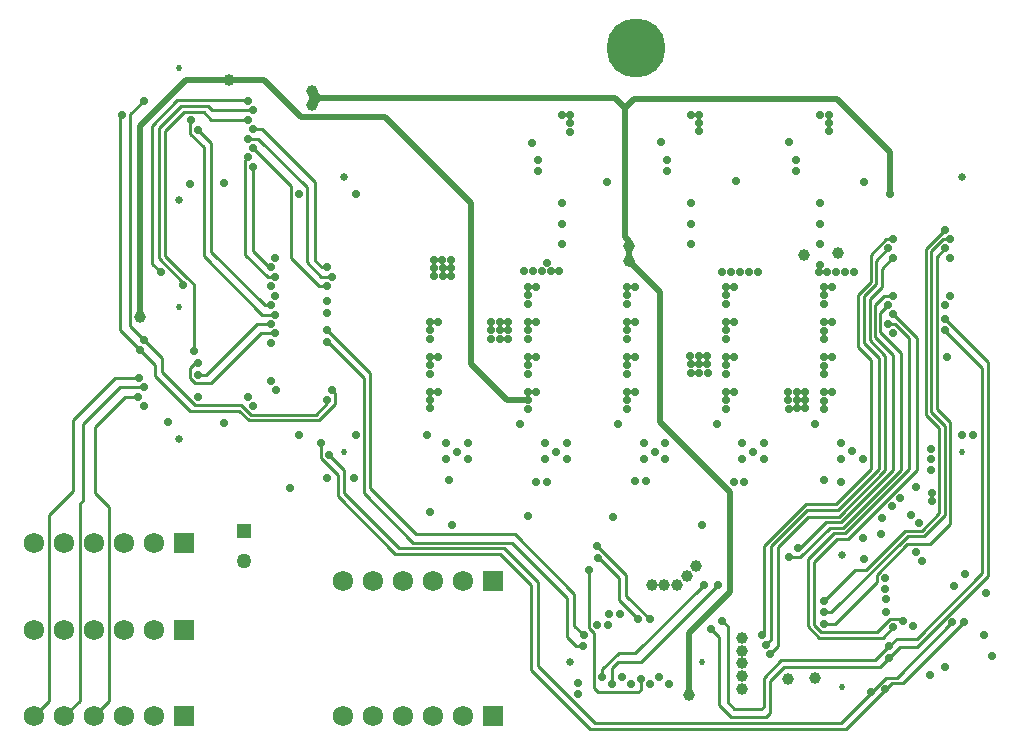
<source format=gbr>
%TF.GenerationSoftware,KiCad,Pcbnew,7.0.2*%
%TF.CreationDate,2023-06-06T11:51:25+03:00*%
%TF.ProjectId,MB_V1,4d425f56-312e-46b6-9963-61645f706362,rev?*%
%TF.SameCoordinates,Original*%
%TF.FileFunction,Copper,L3,Inr*%
%TF.FilePolarity,Positive*%
%FSLAX46Y46*%
G04 Gerber Fmt 4.6, Leading zero omitted, Abs format (unit mm)*
G04 Created by KiCad (PCBNEW 7.0.2) date 2023-06-06 11:51:25*
%MOMM*%
%LPD*%
G01*
G04 APERTURE LIST*
%TA.AperFunction,ComponentPad*%
%ADD10C,1.725000*%
%TD*%
%TA.AperFunction,ComponentPad*%
%ADD11R,1.725000X1.725000*%
%TD*%
%TA.AperFunction,ComponentPad*%
%ADD12C,0.525000*%
%TD*%
%TA.AperFunction,ComponentPad*%
%ADD13C,0.675000*%
%TD*%
%TA.AperFunction,ComponentPad*%
%ADD14R,1.275000X1.275000*%
%TD*%
%TA.AperFunction,ComponentPad*%
%ADD15C,1.275000*%
%TD*%
%TA.AperFunction,ViaPad*%
%ADD16C,0.700000*%
%TD*%
%TA.AperFunction,ViaPad*%
%ADD17C,1.000000*%
%TD*%
%TA.AperFunction,ViaPad*%
%ADD18C,5.000000*%
%TD*%
%TA.AperFunction,Conductor*%
%ADD19C,0.250000*%
%TD*%
%TA.AperFunction,Conductor*%
%ADD20C,0.500000*%
%TD*%
G04 APERTURE END LIST*
D10*
%TO.N,Net-(H2-Pad5)*%
%TO.C,J6*%
X82076000Y-160578000D03*
%TO.N,Net-(H2-Pad4)*%
X84616000Y-160578000D03*
%TO.N,Net-(H2-Pad3)*%
X87156000Y-160578000D03*
%TO.N,/PROG_PIN*%
X89696000Y-160578000D03*
%TO.N,GND*%
X92236000Y-160578000D03*
D11*
%TO.N,/VCC_S3_OUT*%
X94776000Y-160578000D03*
%TD*%
D12*
%TO.N,N/C*%
%TO.C,H1*%
X108320000Y-138150000D03*
X160610000Y-138150000D03*
D13*
X108320000Y-114950000D03*
X160610000Y-114950000D03*
%TD*%
D14*
%TO.N,/VIN_WILD*%
%TO.C,J5*%
X99830000Y-144840000D03*
D15*
%TO.N,GND*%
X99830000Y-147380000D03*
%TD*%
D12*
%TO.N,N/C*%
%TO.C,H3*%
X138585000Y-155980000D03*
D13*
X127385000Y-155980000D03*
%TD*%
D11*
%TO.N,/VCC_S1_OUT*%
%TO.C,J1*%
X120936000Y-149140000D03*
D10*
%TO.N,GND*%
X118396000Y-149140000D03*
%TO.N,Net-(H4-Pad2)*%
X115856000Y-149140000D03*
%TO.N,Net-(H4-Pad3)*%
X113316000Y-149140000D03*
%TO.N,Net-(H4-Pad4)*%
X110776000Y-149140000D03*
%TO.N,Net-(H4-Pad5)*%
X108236000Y-149140000D03*
%TD*%
D12*
%TO.N,N/C*%
%TO.C,H2*%
X94290000Y-125910000D03*
D13*
X94290000Y-137110000D03*
%TD*%
D12*
%TO.N,N/C*%
%TO.C,H5*%
X94290000Y-105650000D03*
D13*
X94290000Y-116850000D03*
%TD*%
D11*
%TO.N,/VCC_S4_OUT*%
%TO.C,J2*%
X94776000Y-145858000D03*
D10*
%TO.N,GND*%
X92236000Y-145858000D03*
%TO.N,unconnected-(J2-Pad3)*%
X89696000Y-145858000D03*
%TO.N,unconnected-(J2-Pad4)*%
X87156000Y-145858000D03*
%TO.N,Net-(H5-Pad4)*%
X84616000Y-145858000D03*
%TO.N,Net-(H5-Pad5)*%
X82076000Y-145858000D03*
%TD*%
D12*
%TO.N,N/C*%
%TO.C,H4*%
X150480000Y-158090000D03*
D13*
X150480000Y-146890000D03*
%TD*%
D11*
%TO.N,/VCC_S2_OUT*%
%TO.C,J3*%
X94776000Y-153248000D03*
D10*
%TO.N,GND*%
X92236000Y-153248000D03*
%TO.N,unconnected-(J3-Pad3)*%
X89696000Y-153248000D03*
%TO.N,unconnected-(J3-Pad4)*%
X87156000Y-153248000D03*
%TO.N,Net-(H5-Pad2)*%
X84616000Y-153248000D03*
%TO.N,Net-(H5-Pad3)*%
X82076000Y-153248000D03*
%TD*%
%TO.N,Net-(H3-Pad5)*%
%TO.C,J4*%
X108236000Y-160578000D03*
%TO.N,Net-(H3-Pad4)*%
X110776000Y-160578000D03*
%TO.N,Net-(H3-Pad3)*%
X113316000Y-160578000D03*
%TO.N,Net-(H3-Pad2)*%
X115856000Y-160578000D03*
%TO.N,GND*%
X118396000Y-160578000D03*
D11*
%TO.N,/VCC_S5_OUT*%
X120936000Y-160578000D03*
%TD*%
D16*
%TO.N,GND*%
X131080000Y-143670000D03*
X138570000Y-144380000D03*
X117400000Y-144400000D03*
X123850000Y-143620000D03*
%TO.N,/PWR_I2C_PULLUP*%
X159331904Y-130130000D03*
X157882743Y-157044293D03*
%TO.N,/PWR_MCU_I2C_SDA*%
X154120000Y-158290000D03*
%TO.N,/PWR_MCU_I2C_SCL*%
X152938056Y-158538056D03*
%TO.N,GND*%
X95260000Y-115470000D03*
X137690000Y-118860000D03*
X137690000Y-117150000D03*
X148580000Y-118860000D03*
X148580000Y-120570000D03*
X148580000Y-117150000D03*
X137690000Y-120570000D03*
X126720000Y-118860000D03*
X126720000Y-117150000D03*
X126720000Y-120570000D03*
X148600872Y-122339500D03*
X125460000Y-122210000D03*
%TO.N,/PWR_MCU_BOOTLOADER*%
X163170000Y-155470000D03*
%TO.N,/H2_13*%
X94658056Y-124044500D03*
%TO.N,/H2_12*%
X92769028Y-122942916D03*
%TO.N,/H2_14*%
X95620625Y-129614514D03*
%TO.N,/PWR_MCU_I2C_SCL*%
X107040777Y-138460000D03*
%TO.N,/PWR_MCU_I2C_SDA*%
X106308388Y-137434500D03*
%TO.N,/PWR_MCU_I2C_SCL*%
X159790000Y-152620000D03*
%TO.N,/PWR_MCU_I2C_SDA*%
X160780000Y-152620000D03*
%TO.N,/H3_16*%
X128585498Y-153700000D03*
%TO.N,/H3_17*%
X128520000Y-154600000D03*
X131785000Y-157229502D03*
%TO.N,/H3_16*%
X132589381Y-157846896D03*
%TO.N,Net-(IC7-NRST)*%
X162460000Y-153710000D03*
X159952600Y-149532600D03*
%TO.N,/H3_6*%
X129810000Y-147190000D03*
%TO.N,/H3_7*%
X129700000Y-146130000D03*
%TO.N,/H3_6*%
X133190000Y-152370000D03*
%TO.N,/H3_7*%
X134170000Y-152364500D03*
%TO.N,/H3_19*%
X130160000Y-157229502D03*
%TO.N,/H3_18*%
X130985000Y-157846896D03*
X139930000Y-149450000D03*
%TO.N,/H3_19*%
X138720662Y-149450662D03*
%TO.N,/H3_15*%
X133387920Y-157432848D03*
X129033670Y-148191651D03*
%TO.N,/PWR_MCU_BOOTLOADER*%
X162670000Y-150090000D03*
X160885500Y-148549858D03*
%TO.N,/H4_6*%
X154779832Y-153015500D03*
%TO.N,/H4_7*%
X155645498Y-152535002D03*
%TO.N,/H4_17*%
X148932464Y-150800000D03*
%TO.N,/H4_15*%
X148932464Y-152748719D03*
%TO.N,/H4_16*%
X148932464Y-151774359D03*
%TO.N,/H4_19*%
X146693056Y-146353056D03*
%TO.N,/H4_18*%
X145942334Y-147083778D03*
%TO.N,/H3_8*%
X140310000Y-152505500D03*
%TO.N,/H3_9*%
X139380000Y-153200000D03*
%TO.N,/H3_8*%
X154453056Y-154653056D03*
%TO.N,/H3_9*%
X154460000Y-155600000D03*
%TO.N,/H3_12*%
X135790000Y-157840000D03*
%TO.N,/H3_13*%
X134990498Y-157239500D03*
%TO.N,/H3_14*%
X134190000Y-157840000D03*
%TO.N,/H3_12*%
X144377161Y-155318342D03*
%TO.N,/H3_14*%
X143660000Y-153670000D03*
%TO.N,/H3_13*%
X143985934Y-154508375D03*
%TO.N,GND*%
X159150000Y-156420000D03*
%TO.N,/H2_8*%
X89495500Y-109621747D03*
%TO.N,/H2_9*%
X91320000Y-108450000D03*
%TO.N,/H2_17*%
X95940498Y-133510000D03*
%TO.N,/H2_6*%
X95940498Y-131695500D03*
%TO.N,/H2_7*%
X95888534Y-130689648D03*
%TO.N,/H2_9*%
X91350000Y-128710000D03*
%TO.N,/H2_8*%
X90989462Y-129534086D03*
%TO.N,/H5_7*%
X95324334Y-110075262D03*
%TO.N,/H5_6*%
X95940499Y-110966611D03*
%TO.N,/PROG_PIN*%
X102471067Y-121754863D03*
%TO.N,/H2_17*%
X102070000Y-124154863D03*
%TO.N,/H5_6*%
X102070000Y-125754863D03*
%TO.N,/H3_6*%
X102070000Y-132154863D03*
%TO.N,/H5_19*%
X102070000Y-122554863D03*
%TO.N,/H2_19*%
X102070000Y-128934863D03*
%TO.N,/H5_18*%
X102471067Y-123354863D03*
%TO.N,/H3_7*%
X102481067Y-132954863D03*
%TO.N,/H5_7*%
X102471067Y-126554863D03*
%TO.N,/H2_7*%
X102471067Y-128154863D03*
%TO.N,/H2_18*%
X102471067Y-124954863D03*
%TO.N,/H2_6*%
X102070000Y-127354863D03*
D17*
%TO.N,/VCC2_OUT*%
X105560000Y-108840000D03*
D16*
X154510000Y-116390000D03*
%TO.N,/VCC3*%
X158030000Y-142370000D03*
%TO.N,/H2_19*%
X100610000Y-134311947D03*
%TO.N,/H2_18*%
X100140000Y-133511947D03*
%TO.N,/H2_12*%
X100140000Y-108450000D03*
%TO.N,/H5_15*%
X100610000Y-110841947D03*
%TO.N,/H2_13*%
X100558961Y-109245974D03*
%TO.N,/H2_14*%
X100140000Y-110041947D03*
%TO.N,/H5_19*%
X100610000Y-114051947D03*
%TO.N,/H5_18*%
X100140000Y-113251947D03*
%TO.N,/H5_17*%
X100610000Y-112450000D03*
%TO.N,/H5_16*%
X100140000Y-111651947D03*
X107281067Y-123350000D03*
%TO.N,/H5_17*%
X106880000Y-124150000D03*
%TO.N,/PWR_MCU_I2C_SDA*%
X106860000Y-126440000D03*
%TO.N,/H5_15*%
X106880000Y-122550000D03*
%TO.N,/H3_17*%
X106860000Y-128880000D03*
%TO.N,/H2_9*%
X106880000Y-133750000D03*
%TO.N,/H2_8*%
X107291067Y-132950000D03*
%TO.N,/H3_16*%
X106860000Y-127900000D03*
%TO.N,/PWR_MCU_I2C_SCL*%
X106860000Y-125410000D03*
%TO.N,/PWR_MCU_BOOTLOADER*%
X159560000Y-121760000D03*
%TO.N,/H4_15*%
X159158933Y-120960000D03*
%TO.N,/H3_9*%
X159160337Y-126934708D03*
%TO.N,/H3_18*%
X159158933Y-125760000D03*
%TO.N,/H4_16*%
X159560000Y-120160000D03*
%TO.N,/H4_17*%
X159158933Y-119354863D03*
%TO.N,/H3_8*%
X159158933Y-127890000D03*
%TO.N,/H3_19*%
X159560000Y-124960000D03*
%TO.N,/H3_15*%
X154750000Y-128150000D03*
%TO.N,/H4_6*%
X154348933Y-127350000D03*
%TO.N,/H4_7*%
X154750000Y-126550000D03*
%TO.N,/H4_18*%
X154348933Y-125750000D03*
%TO.N,/H4_19*%
X154750000Y-124950000D03*
%TO.N,/H3_12*%
X154750000Y-121750000D03*
%TO.N,/H3_13*%
X154348933Y-120950000D03*
%TO.N,/H3_14*%
X154750000Y-120150000D03*
D17*
%TO.N,/VCC2_OUT*%
X132390000Y-120770000D03*
X132420000Y-122000500D03*
D16*
%TO.N,GND*%
X142010000Y-138810000D03*
X142010000Y-137460000D03*
X142940000Y-138180000D03*
X150360000Y-137460000D03*
X150360000Y-138790000D03*
X152200000Y-138790000D03*
D17*
%TO.N,/VCC2_OUT*%
X105560000Y-107630000D03*
%TO.N,/VCC3*%
X98540000Y-106700498D03*
X90980000Y-126740000D03*
%TO.N,/VCC2_OUT*%
X137500000Y-158744500D03*
%TO.N,/VCC3*%
X148140000Y-157360000D03*
X145848352Y-157411648D03*
D16*
%TO.N,Net-(H4-Pad3)*%
X154122908Y-149750980D03*
%TO.N,Net-(H4-Pad4)*%
X154172055Y-150655721D03*
%TO.N,Net-(H4-Pad2)*%
X154070000Y-148850000D03*
%TO.N,Net-(H4-Pad5)*%
X154180000Y-151720000D03*
%TO.N,Net-(H3-Pad2)*%
X129695622Y-152833853D03*
%TO.N,Net-(H3-Pad3)*%
X130619642Y-152803985D03*
%TO.N,Net-(H3-Pad4)*%
X130709087Y-151908940D03*
%TO.N,Net-(H3-Pad5)*%
X131659920Y-151905884D03*
%TO.N,GND*%
X152267250Y-147247250D03*
X98140000Y-115450000D03*
X98140000Y-135700000D03*
X93350000Y-135680000D03*
%TO.N,unconnected-(H2-Pad2)*%
X91340000Y-134310000D03*
%TO.N,Net-(H2-Pad3)*%
X90876452Y-133516510D03*
%TO.N,Net-(H2-Pad4)*%
X91306944Y-132726712D03*
%TO.N,Net-(H2-Pad5)*%
X90930000Y-131910000D03*
%TO.N,GND*%
X128090000Y-158720000D03*
X128090000Y-157770000D03*
X160640000Y-136770000D03*
X161560000Y-136770000D03*
X109270000Y-116350000D03*
X104470000Y-116360000D03*
X104470000Y-136760000D03*
D17*
%TO.N,/VCC3*%
X150110000Y-121350000D03*
X147190000Y-121540000D03*
D18*
%TO.N,*%
X133000000Y-103950000D03*
D16*
%TO.N,GND*%
X109270000Y-136760000D03*
X126525000Y-122890000D03*
X139840000Y-135850000D03*
X127150000Y-137450000D03*
X143850000Y-137460000D03*
X116950000Y-138800000D03*
X148455000Y-122950000D03*
X127420000Y-111070000D03*
X140295000Y-122930000D03*
X149207500Y-122950000D03*
X131500000Y-135850000D03*
X143312500Y-122930000D03*
X125020000Y-122890000D03*
X127420000Y-110340000D03*
X151280000Y-138130000D03*
X138330436Y-110350000D03*
X149350872Y-111030000D03*
X134610000Y-138210000D03*
X135500000Y-138800000D03*
X117890000Y-138150000D03*
X137670436Y-109620000D03*
X148590872Y-109620000D03*
X149350872Y-110300000D03*
X127410000Y-109620000D03*
X118800000Y-138800000D03*
X125300000Y-138790000D03*
X135500000Y-137450000D03*
X141800000Y-122930000D03*
X115350000Y-136730000D03*
X141047500Y-122930000D03*
X123515000Y-122890000D03*
X142552500Y-122930000D03*
X151465000Y-122950000D03*
X123140000Y-135850000D03*
X148160000Y-135830000D03*
X150712500Y-122950000D03*
X126260000Y-138170000D03*
X125772500Y-122890000D03*
X125280000Y-137450000D03*
X118800000Y-137460000D03*
X124267500Y-122890000D03*
X138310436Y-109620000D03*
X143860000Y-138800000D03*
X127150000Y-138800000D03*
X149960000Y-122950000D03*
X126700000Y-109620000D03*
X133650000Y-137450000D03*
X138330436Y-111040000D03*
X116950000Y-137460000D03*
X133650000Y-138810000D03*
X142940000Y-138180000D03*
X149310872Y-109630000D03*
X103740000Y-141280000D03*
X156440092Y-152956577D03*
%TO.N,Net-(PS1-CB)*%
X130510000Y-115320000D03*
X124689502Y-114440723D03*
%TO.N,/VCC1*%
X121470000Y-127180000D03*
X120740000Y-127190000D03*
X132250000Y-127180000D03*
X148930000Y-127200000D03*
X122170000Y-127180000D03*
X132940000Y-127170000D03*
X123880000Y-128600000D03*
X123880000Y-127180000D03*
X132250000Y-128600000D03*
X120750000Y-127900000D03*
X124560000Y-127170000D03*
X148930000Y-127910000D03*
X116270000Y-127170000D03*
X121480000Y-127890000D03*
X140590000Y-127180000D03*
X149630000Y-127190000D03*
X132250000Y-127890000D03*
X123880000Y-127890000D03*
X122180000Y-127890000D03*
X140590000Y-127890000D03*
X141290000Y-127170000D03*
X115540000Y-128600000D03*
X122190000Y-128600000D03*
X120760000Y-128610000D03*
X115540000Y-127180000D03*
X121490000Y-128600000D03*
X140590000Y-128600000D03*
X115540000Y-127890000D03*
X148930000Y-128620000D03*
%TO.N,/VIN*%
X132920000Y-124210000D03*
X148930000Y-124210000D03*
X141270000Y-124210000D03*
X140590000Y-125620000D03*
X117340000Y-123320000D03*
X132250000Y-125620000D03*
X115900000Y-122620000D03*
X132250000Y-124210000D03*
X123880000Y-124910000D03*
X116630000Y-122610000D03*
X140590000Y-124210000D03*
X117330000Y-122610000D03*
X149630000Y-124210000D03*
X132250000Y-124910000D03*
X140590000Y-124910000D03*
X116640000Y-123320000D03*
X115910000Y-123330000D03*
X123880000Y-124210000D03*
X123880000Y-125620000D03*
X148930000Y-124910000D03*
X116620000Y-121900000D03*
X148930000Y-125620000D03*
X124560000Y-124210000D03*
X115890000Y-121910000D03*
X117320000Y-121900000D03*
%TO.N,Net-(PS2-CB)*%
X135599938Y-114420723D03*
X141430436Y-115275000D03*
%TO.N,/VCC2*%
X132930000Y-130130000D03*
X123880000Y-130850000D03*
X148930000Y-130880000D03*
X148930000Y-131590000D03*
X138340000Y-130060000D03*
X137620000Y-130780000D03*
X115540000Y-130840000D03*
X132250000Y-131560000D03*
X141280000Y-130130000D03*
X149620000Y-130160000D03*
X137630000Y-131490000D03*
X116240000Y-130120000D03*
X132250000Y-130850000D03*
X140590000Y-130140000D03*
X123880000Y-131560000D03*
X124570000Y-130130000D03*
X139040000Y-130060000D03*
X123880000Y-130140000D03*
X132250000Y-130140000D03*
X115540000Y-130130000D03*
X139060000Y-131480000D03*
X138360000Y-131480000D03*
X148930000Y-130170000D03*
X138350000Y-130770000D03*
X115540000Y-131550000D03*
X140590000Y-130850000D03*
X137610000Y-130070000D03*
X140590000Y-131560000D03*
X139050000Y-130770000D03*
%TO.N,Net-(PS3-CB)*%
X146510327Y-114405463D03*
X152340872Y-115330000D03*
%TO.N,/VCC3*%
X140590000Y-133810000D03*
X140590000Y-134520000D03*
X145910000Y-133800000D03*
X149620000Y-133140000D03*
X123880000Y-133800000D03*
X123880000Y-133090000D03*
X124570000Y-133080000D03*
X123880000Y-134510000D03*
X146650000Y-134500000D03*
X132940000Y-133090000D03*
X132250000Y-134520000D03*
X146640000Y-133790000D03*
X115540000Y-134500000D03*
X145900000Y-133090000D03*
X148930000Y-134570000D03*
X148930000Y-133860000D03*
X115540000Y-133080000D03*
X147330000Y-133080000D03*
X158030000Y-141630000D03*
X132250000Y-133810000D03*
X132250000Y-133100000D03*
X146630000Y-133080000D03*
X141280000Y-133090000D03*
X116230000Y-133070000D03*
X147340000Y-133790000D03*
X145920000Y-134510000D03*
X147350000Y-134500000D03*
X140590000Y-133100000D03*
X115540000Y-133790000D03*
X148930000Y-133150000D03*
%TO.N,Net-(Q1-G)*%
X109160000Y-140360000D03*
X106870000Y-140360000D03*
D17*
%TO.N,/VCC_S4_OUT*%
X137305000Y-148675000D03*
X136490000Y-149460000D03*
X134340000Y-149460000D03*
X138070000Y-147880000D03*
X135415000Y-149460000D03*
%TO.N,/VCC_S5_OUT*%
X142000000Y-156080000D03*
X142000000Y-158220000D03*
X142000000Y-157150000D03*
X142000000Y-155010000D03*
X142000000Y-153940000D03*
D16*
%TO.N,/S1_SW_EN*%
X152208056Y-145501944D03*
X117182225Y-140524712D03*
%TO.N,/S2_SW_EN*%
X125470000Y-140730000D03*
X153780000Y-145140000D03*
%TO.N,/S3_SW_EN*%
X133830000Y-140680000D03*
X153800842Y-143786953D03*
%TO.N,/S4_SW_EN*%
X142180000Y-140730000D03*
X154713888Y-142750000D03*
%TO.N,/S1_SW_IMON*%
X157210000Y-147400000D03*
X115589577Y-143253281D03*
%TO.N,/S2_SW_IMON*%
X156708564Y-146653230D03*
X124570631Y-140714493D03*
%TO.N,/S3_SW_IMON*%
X132930501Y-140682583D03*
X156939500Y-144170000D03*
%TO.N,/S4_SW_IMON*%
X141280582Y-140717679D03*
X156289500Y-143495500D03*
%TO.N,/S5_SW_IMON*%
X148960500Y-140600000D03*
X155349933Y-142113956D03*
%TO.N,/S5_SW_EN*%
X156700000Y-141170000D03*
X150362888Y-140771000D03*
%TO.N,/DCDC3_EN*%
X146510378Y-113505961D03*
X157995500Y-137922594D03*
X145990372Y-111975500D03*
%TO.N,/DCDC2_EN*%
X135079936Y-111975500D03*
X157964053Y-138821546D03*
X135599938Y-113470723D03*
%TO.N,/DCDC1_EN*%
X124180000Y-111995500D03*
X124689502Y-113490723D03*
X157995500Y-139720497D03*
%TD*%
D19*
%TO.N,/H3_16*%
X110450000Y-131515405D02*
X106834595Y-127900000D01*
X106834595Y-127900000D02*
X106820000Y-127900000D01*
X114360000Y-145170000D02*
X110450000Y-141260000D01*
X110450000Y-141260000D02*
X110450000Y-131515405D01*
X127770000Y-152884502D02*
X127770000Y-150200000D01*
X122740000Y-145170000D02*
X114360000Y-145170000D01*
X128585498Y-153700000D02*
X127770000Y-152884502D01*
X127770000Y-150200000D02*
X122740000Y-145170000D01*
%TO.N,/H3_17*%
X106940000Y-128880000D02*
X106860000Y-128880000D01*
X109945000Y-131885000D02*
X106940000Y-128880000D01*
X122470000Y-145860000D02*
X114160000Y-145860000D01*
X109945000Y-141645000D02*
X109945000Y-131885000D01*
X127180000Y-150570000D02*
X122470000Y-145860000D01*
X127180000Y-153888473D02*
X127180000Y-150570000D01*
X127891527Y-154600000D02*
X127180000Y-153888473D01*
X114160000Y-145860000D02*
X109945000Y-141645000D01*
X128520000Y-154600000D02*
X127891527Y-154600000D01*
%TO.N,/PWR_MCU_I2C_SCL*%
X155120000Y-157290000D02*
X159790000Y-152620000D01*
X154165405Y-157290000D02*
X155120000Y-157290000D01*
X150355405Y-161100000D02*
X154165405Y-157290000D01*
X129515405Y-161100000D02*
X150355405Y-161100000D01*
X124690000Y-156274595D02*
X129515405Y-161100000D01*
X112960000Y-146310000D02*
X121840000Y-146310000D01*
X108320000Y-139739223D02*
X108320000Y-141670000D01*
X124690000Y-149160000D02*
X124690000Y-156274595D01*
X107040777Y-138460000D02*
X108320000Y-139739223D01*
X121840000Y-146310000D02*
X124690000Y-149160000D01*
X108320000Y-141670000D02*
X112960000Y-146310000D01*
%TO.N,/PWR_MCU_I2C_SDA*%
X154120000Y-158310000D02*
X154120000Y-158290000D01*
X150810000Y-161620000D02*
X154120000Y-158310000D01*
X129100000Y-161620000D02*
X150810000Y-161620000D01*
X121460000Y-146800000D02*
X124090000Y-149430000D01*
X107780000Y-140140000D02*
X107780000Y-141950000D01*
X107780000Y-141950000D02*
X112630000Y-146800000D01*
X106761182Y-139135000D02*
X106775000Y-139135000D01*
X106308388Y-138682206D02*
X106761182Y-139135000D01*
X112630000Y-146800000D02*
X121460000Y-146800000D01*
X106308388Y-137434500D02*
X106308388Y-138682206D01*
X124090000Y-156610000D02*
X129100000Y-161620000D01*
X106775000Y-139135000D02*
X107780000Y-140140000D01*
X124090000Y-149430000D02*
X124090000Y-156610000D01*
%TO.N,/H4_6*%
X154904595Y-127350000D02*
X154348933Y-127350000D01*
X156135000Y-128580405D02*
X154904595Y-127350000D01*
X156135000Y-139641396D02*
X156135000Y-128580405D01*
X149730000Y-145040000D02*
X150736396Y-145040000D01*
X147540000Y-147230000D02*
X149730000Y-145040000D01*
X150736396Y-145040000D02*
X156135000Y-139641396D01*
X147540000Y-152947246D02*
X147540000Y-147230000D01*
X153875332Y-153920000D02*
X148512754Y-153920000D01*
X154779832Y-153015500D02*
X153875332Y-153920000D01*
X148512754Y-153920000D02*
X147540000Y-152947246D01*
%TO.N,/H4_7*%
X156770000Y-128570000D02*
X154750000Y-126550000D01*
X156770000Y-139740000D02*
X156770000Y-128570000D01*
X150940000Y-145570000D02*
X156770000Y-139740000D01*
X148080000Y-152850850D02*
X148080000Y-147470000D01*
X148652869Y-153423719D02*
X148080000Y-152850850D01*
X154500237Y-152340500D02*
X153417018Y-153423719D01*
X153417018Y-153423719D02*
X148652869Y-153423719D01*
X148080000Y-147470000D02*
X149980000Y-145570000D01*
X155450996Y-152340500D02*
X154500237Y-152340500D01*
X149980000Y-145570000D02*
X150940000Y-145570000D01*
X155645498Y-152535002D02*
X155450996Y-152340500D01*
%TO.N,/H4_18*%
X153673933Y-126425000D02*
X154348933Y-125750000D01*
X155430000Y-129784595D02*
X153673933Y-128028528D01*
X153673933Y-128028528D02*
X153673933Y-126425000D01*
X155430000Y-139710000D02*
X155430000Y-129784595D01*
X150550000Y-144590000D02*
X155430000Y-139710000D01*
X149410000Y-144590000D02*
X150550000Y-144590000D01*
X145956112Y-147070000D02*
X146930000Y-147070000D01*
X145942334Y-147083778D02*
X145956112Y-147070000D01*
X146930000Y-147070000D02*
X149410000Y-144590000D01*
%TO.N,/H4_19*%
X154020000Y-124950000D02*
X154750000Y-124950000D01*
X153223933Y-125746067D02*
X154020000Y-124950000D01*
X154790000Y-129990000D02*
X153223933Y-128423933D01*
X150356396Y-144130000D02*
X154790000Y-139696396D01*
X149090000Y-144130000D02*
X150356396Y-144130000D01*
X154790000Y-139696396D02*
X154790000Y-129990000D01*
X146866944Y-146353056D02*
X149090000Y-144130000D01*
X153223933Y-128423933D02*
X153223933Y-125746067D01*
X146693056Y-146353056D02*
X146866944Y-146353056D01*
%TO.N,/H3_12*%
X145040000Y-154655503D02*
X144377161Y-155318342D01*
X145040000Y-146210000D02*
X145040000Y-154655503D01*
X147580000Y-143670000D02*
X145040000Y-146210000D01*
X150180000Y-143670000D02*
X147580000Y-143670000D01*
X152773933Y-125216067D02*
X152773933Y-128723933D01*
X152773933Y-128723933D02*
X154120000Y-130070000D01*
X154120000Y-139730000D02*
X150180000Y-143670000D01*
X153810000Y-124180000D02*
X152773933Y-125216067D01*
X154720000Y-121750000D02*
X153810000Y-122660000D01*
X154120000Y-130070000D02*
X154120000Y-139730000D01*
X153810000Y-122660000D02*
X153810000Y-124180000D01*
X154750000Y-121750000D02*
X154720000Y-121750000D01*
%TO.N,/H3_13*%
X144460000Y-154034309D02*
X143985934Y-154508375D01*
X144460000Y-146153604D02*
X144460000Y-154034309D01*
X147503604Y-143110000D02*
X144460000Y-146153604D01*
X150100000Y-143110000D02*
X147503604Y-143110000D01*
X153580000Y-139630000D02*
X150100000Y-143110000D01*
X153580000Y-130260000D02*
X153580000Y-139630000D01*
X153310000Y-121980000D02*
X153310000Y-124010000D01*
X153310000Y-124010000D02*
X152323933Y-124996067D01*
X154340000Y-120950000D02*
X153310000Y-121980000D01*
X154348933Y-120950000D02*
X154340000Y-120950000D01*
X152323933Y-124996067D02*
X152323933Y-129003933D01*
X152323933Y-129003933D02*
X153580000Y-130260000D01*
%TO.N,/H3_14*%
X154194338Y-120150000D02*
X154750000Y-120150000D01*
X152860000Y-121484338D02*
X154194338Y-120150000D01*
X152860000Y-123823604D02*
X152860000Y-121484338D01*
X151800000Y-124883604D02*
X152860000Y-123823604D01*
X152920000Y-139630000D02*
X152920000Y-130390000D01*
X151800000Y-129270000D02*
X151800000Y-124883604D01*
X143810000Y-146167208D02*
X147367208Y-142610000D01*
X147367208Y-142610000D02*
X149940000Y-142610000D01*
X149940000Y-142610000D02*
X152920000Y-139630000D01*
X152920000Y-130390000D02*
X151800000Y-129270000D01*
X143810000Y-153520000D02*
X143810000Y-146167208D01*
X143660000Y-153670000D02*
X143810000Y-153520000D01*
%TO.N,/H5_18*%
X99935000Y-113456947D02*
X100140000Y-113251947D01*
X99935000Y-121475000D02*
X99935000Y-113456947D01*
X101814863Y-123354863D02*
X99935000Y-121475000D01*
X102471067Y-123354863D02*
X101814863Y-123354863D01*
%TO.N,/H5_19*%
X100610000Y-121200000D02*
X100610000Y-114051947D01*
X101964863Y-122554863D02*
X100610000Y-121200000D01*
X102070000Y-122554863D02*
X101964863Y-122554863D01*
%TO.N,/H2_13*%
X97095974Y-109245974D02*
X100558961Y-109245974D01*
X96730000Y-108880000D02*
X97095974Y-109245974D01*
X94480000Y-108880000D02*
X96730000Y-108880000D01*
X92580000Y-121800000D02*
X92580000Y-110780000D01*
X94658056Y-123878056D02*
X92580000Y-121800000D01*
X92580000Y-110780000D02*
X94480000Y-108880000D01*
X94658056Y-124044500D02*
X94658056Y-123878056D01*
%TO.N,/H2_14*%
X97031947Y-110041947D02*
X100140000Y-110041947D01*
X96390762Y-109400762D02*
X97031947Y-110041947D01*
X94909500Y-123369500D02*
X93140000Y-121600000D01*
X93140000Y-121600000D02*
X93140000Y-111000000D01*
X94739238Y-109400762D02*
X96390762Y-109400762D01*
X94937651Y-123369500D02*
X94909500Y-123369500D01*
X95570000Y-124001849D02*
X94937651Y-123369500D01*
X93140000Y-111000000D02*
X94739238Y-109400762D01*
X95570000Y-129563889D02*
X95570000Y-124001849D01*
X95620625Y-129614514D02*
X95570000Y-129563889D01*
%TO.N,/H2_12*%
X100120000Y-108430000D02*
X100140000Y-108450000D01*
X94180000Y-108430000D02*
X100120000Y-108430000D01*
X92060000Y-122233888D02*
X92060000Y-110550000D01*
X92060000Y-110550000D02*
X94180000Y-108430000D01*
X92769028Y-122942916D02*
X92060000Y-122233888D01*
D20*
%TO.N,/VCC3*%
X90980000Y-110600000D02*
X90980000Y-126740000D01*
X94879502Y-106700498D02*
X90980000Y-110600000D01*
X98540000Y-106700498D02*
X94879502Y-106700498D01*
D19*
%TO.N,/H2_8*%
X89495500Y-109621747D02*
X89340000Y-109777247D01*
X89340000Y-109777247D02*
X89340000Y-127890000D01*
X89340000Y-127890000D02*
X90984086Y-129534086D01*
X90984086Y-129534086D02*
X90989462Y-129534086D01*
D20*
%TO.N,/VCC2_OUT*%
X105560000Y-108840000D02*
X105560000Y-107630000D01*
X106170000Y-108230000D02*
X107420000Y-108230000D01*
X105560000Y-108840000D02*
X106170000Y-108230000D01*
D19*
%TO.N,Net-(H2-Pad3)*%
X88420000Y-159314000D02*
X87156000Y-160578000D01*
X87170000Y-141640000D02*
X88420000Y-142890000D01*
X87170000Y-136060000D02*
X87170000Y-141640000D01*
X88420000Y-142890000D02*
X88420000Y-159314000D01*
X89713490Y-133516510D02*
X87170000Y-136060000D01*
X90876452Y-133516510D02*
X89713490Y-133516510D01*
%TO.N,/H3_6*%
X131583198Y-148863198D02*
X131583198Y-150763198D01*
X131583198Y-150763198D02*
X133190000Y-152370000D01*
X129910000Y-147190000D02*
X131583198Y-148863198D01*
X129810000Y-147190000D02*
X129910000Y-147190000D01*
%TO.N,/PWR_MCU_I2C_SDA*%
X154140000Y-158290000D02*
X154690000Y-157740000D01*
X154120000Y-158290000D02*
X154140000Y-158290000D01*
X155624595Y-157740000D02*
X160780000Y-152584595D01*
X160780000Y-152584595D02*
X160780000Y-152560000D01*
X154690000Y-157740000D02*
X155624595Y-157740000D01*
%TO.N,/H3_15*%
X129460000Y-153552826D02*
X129020622Y-153113448D01*
X129460000Y-158190000D02*
X129460000Y-153552826D01*
X129791396Y-158521396D02*
X129460000Y-158190000D01*
X129020622Y-153113448D02*
X129020622Y-148204699D01*
X133168604Y-158521396D02*
X129791396Y-158521396D01*
X129020622Y-148204699D02*
X129033670Y-148191651D01*
X133387920Y-158302080D02*
X133168604Y-158521396D01*
X133387920Y-157432848D02*
X133387920Y-158302080D01*
%TO.N,/H3_8*%
X156793604Y-154020000D02*
X155086112Y-154020000D01*
X162340000Y-131090000D02*
X162340000Y-148473604D01*
X155086112Y-154020000D02*
X154453056Y-154653056D01*
X159158933Y-127908933D02*
X162340000Y-131090000D01*
X162340000Y-148473604D02*
X156793604Y-154020000D01*
X159158933Y-127890000D02*
X159158933Y-127908933D01*
%TO.N,/H3_9*%
X156760000Y-154690000D02*
X155370000Y-154690000D01*
X162790000Y-130564371D02*
X162790000Y-148660000D01*
X162790000Y-148660000D02*
X156760000Y-154690000D01*
X155370000Y-154690000D02*
X154460000Y-155600000D01*
X159160337Y-126934708D02*
X162790000Y-130564371D01*
X140030000Y-153850000D02*
X139380000Y-153200000D01*
X140030000Y-159640000D02*
X140030000Y-153850000D01*
X144000000Y-160650000D02*
X141040000Y-160650000D01*
X144350000Y-160300000D02*
X144000000Y-160650000D01*
X145510000Y-156400000D02*
X144350000Y-157560000D01*
X144350000Y-157560000D02*
X144350000Y-160300000D01*
X153660000Y-156400000D02*
X145510000Y-156400000D01*
X141040000Y-160650000D02*
X140030000Y-159640000D01*
X154460000Y-155600000D02*
X153660000Y-156400000D01*
%TO.N,/H3_8*%
X140770000Y-152965500D02*
X140310000Y-152505500D01*
X140770000Y-159370000D02*
X140770000Y-152965500D01*
X141320000Y-159920000D02*
X140770000Y-159370000D01*
X143620000Y-159920000D02*
X141320000Y-159920000D01*
X143800000Y-157310000D02*
X143800000Y-159740000D01*
X143800000Y-159740000D02*
X143620000Y-159920000D01*
X154452349Y-154653056D02*
X153275405Y-155830000D01*
X153275405Y-155830000D02*
X145280000Y-155830000D01*
X154453056Y-154653056D02*
X154452349Y-154653056D01*
X145280000Y-155830000D02*
X143800000Y-157310000D01*
D20*
%TO.N,/VCC3*%
X119020000Y-130710000D02*
X122110000Y-133800000D01*
X119020000Y-117079950D02*
X119020000Y-130710000D01*
X122110000Y-133800000D02*
X123880000Y-133800000D01*
X98540000Y-106700498D02*
X101540498Y-106700498D01*
X101540498Y-106700498D02*
X104650000Y-109810000D01*
X104650000Y-109810000D02*
X111750050Y-109810000D01*
X111750050Y-109810000D02*
X119020000Y-117079950D01*
%TO.N,/VCC2_OUT*%
X107420000Y-108230000D02*
X106160000Y-108230000D01*
X131210000Y-108230000D02*
X107420000Y-108230000D01*
X106160000Y-108230000D02*
X105560000Y-107630000D01*
X132060000Y-109080000D02*
X131210000Y-108230000D01*
X132830000Y-108310000D02*
X132060000Y-109080000D01*
X154510000Y-112830000D02*
X149990000Y-108310000D01*
X149990000Y-108310000D02*
X132830000Y-108310000D01*
X154510000Y-116390000D02*
X154510000Y-112830000D01*
D19*
%TO.N,/H2_7*%
X95660903Y-132370500D02*
X97049500Y-132370500D01*
X97049500Y-132370500D02*
X101265137Y-128154863D01*
X95250000Y-131959597D02*
X95660903Y-132370500D01*
X101265137Y-128154863D02*
X102471067Y-128154863D01*
X95250000Y-131120000D02*
X95250000Y-131959597D01*
X95680352Y-130689648D02*
X95250000Y-131120000D01*
X95888534Y-130689648D02*
X95680352Y-130689648D01*
%TO.N,/H2_9*%
X90155000Y-126398273D02*
X90170000Y-126383273D01*
X91330000Y-128710000D02*
X90155000Y-127535000D01*
X90170000Y-126383273D02*
X90170000Y-109600000D01*
X91350000Y-128710000D02*
X91330000Y-128710000D01*
X90155000Y-127535000D02*
X90155000Y-126398273D01*
X90170000Y-109600000D02*
X91320000Y-108450000D01*
%TO.N,/H3_15*%
X133387920Y-157232080D02*
X133410000Y-157210000D01*
X133387920Y-157432848D02*
X133387920Y-157232080D01*
D20*
%TO.N,/VCC2_OUT*%
X135050000Y-135618468D02*
X135050000Y-124630500D01*
X140970000Y-141538468D02*
X135050000Y-135618468D01*
X135050000Y-124630500D02*
X132420000Y-122000500D01*
X140970000Y-150060000D02*
X140970000Y-141538468D01*
X137500000Y-153530000D02*
X140970000Y-150060000D01*
X137500000Y-158744500D02*
X137500000Y-153530000D01*
D19*
%TO.N,/H2_9*%
X99593458Y-134250000D02*
X100373458Y-135030000D01*
X100373458Y-135030000D02*
X105890000Y-135030000D01*
X105890000Y-135030000D02*
X106880000Y-134040000D01*
X92900000Y-131460000D02*
X95690000Y-134250000D01*
X92900000Y-130260000D02*
X92900000Y-131460000D01*
X106880000Y-134040000D02*
X106880000Y-133750000D01*
X91350000Y-128710000D02*
X92900000Y-130260000D01*
X95690000Y-134250000D02*
X99593458Y-134250000D01*
%TO.N,/H3_19*%
X132960000Y-155210000D02*
X138719338Y-149450662D01*
X130160000Y-157229502D02*
X130160000Y-156590000D01*
X130160000Y-156590000D02*
X131540000Y-155210000D01*
X131540000Y-155210000D02*
X132960000Y-155210000D01*
X138719338Y-149450662D02*
X138720662Y-149450662D01*
%TO.N,/H3_18*%
X131510000Y-155990000D02*
X133390000Y-155990000D01*
X133390000Y-155990000D02*
X139930000Y-149450000D01*
X130985000Y-156515000D02*
X131510000Y-155990000D01*
X130985000Y-157846896D02*
X130985000Y-156515000D01*
X130985000Y-157846896D02*
X130985000Y-157276304D01*
%TO.N,/H3_7*%
X129730000Y-146130000D02*
X129700000Y-146130000D01*
X132180000Y-148580000D02*
X129730000Y-146130000D01*
X132180000Y-150370000D02*
X132180000Y-148580000D01*
X134170000Y-152360000D02*
X132180000Y-150370000D01*
X134170000Y-152364500D02*
X134170000Y-152360000D01*
%TO.N,/H3_12*%
X144377161Y-155318342D02*
X144257651Y-155437852D01*
%TO.N,/H4_17*%
X157550000Y-120963796D02*
X159158933Y-119354863D01*
X158670000Y-143394094D02*
X158670000Y-136180000D01*
X157214094Y-144850000D02*
X158670000Y-143394094D01*
X155800000Y-144850000D02*
X157214094Y-144850000D01*
X157550000Y-135060000D02*
X157550000Y-120963796D01*
X152475000Y-148175000D02*
X155800000Y-144850000D01*
X151557464Y-148175000D02*
X152475000Y-148175000D01*
X148932464Y-150800000D02*
X151557464Y-148175000D01*
X158670000Y-136180000D02*
X157550000Y-135060000D01*
%TO.N,/H4_16*%
X158990192Y-120160000D02*
X159560000Y-120160000D01*
X158000000Y-121150192D02*
X158990192Y-120160000D01*
X158000000Y-134810000D02*
X158000000Y-121150192D01*
X159140000Y-135950000D02*
X158000000Y-134810000D01*
X159140000Y-143560490D02*
X159140000Y-135950000D01*
X156010000Y-145300000D02*
X157400490Y-145300000D01*
X149535641Y-151774359D02*
X156010000Y-145300000D01*
X148932464Y-151774359D02*
X149535641Y-151774359D01*
X157400490Y-145300000D02*
X159140000Y-143560490D01*
%TO.N,/H4_15*%
X158450000Y-121668933D02*
X159158933Y-120960000D01*
X158450000Y-134540000D02*
X158450000Y-121668933D01*
X153395000Y-148570405D02*
X155987175Y-145978230D01*
X155987175Y-145978230D02*
X157871770Y-145978230D01*
X153395000Y-149195000D02*
X153395000Y-148570405D01*
X159590000Y-144260000D02*
X159590000Y-135680000D01*
X149841281Y-152748719D02*
X153395000Y-149195000D01*
X157871770Y-145978230D02*
X159590000Y-144260000D01*
X159590000Y-135680000D02*
X158450000Y-134540000D01*
X148932464Y-152748719D02*
X149841281Y-152748719D01*
%TO.N,/H2_8*%
X107555000Y-133213933D02*
X107291067Y-132950000D01*
X99407062Y-134700000D02*
X100227062Y-135520000D01*
X95230000Y-134700000D02*
X99407062Y-134700000D01*
X106140000Y-135520000D02*
X107555000Y-134105000D01*
X107555000Y-134105000D02*
X107555000Y-133213933D01*
X92280000Y-131750000D02*
X95230000Y-134700000D01*
X92280000Y-130824624D02*
X92280000Y-131750000D01*
X100227062Y-135520000D02*
X106140000Y-135520000D01*
X90989462Y-129534086D02*
X92280000Y-130824624D01*
%TO.N,/H5_6*%
X101574863Y-125754863D02*
X102070000Y-125754863D01*
X97040000Y-121220000D02*
X101574863Y-125754863D01*
X97040000Y-112066112D02*
X97040000Y-121220000D01*
X95940499Y-110966611D02*
X97040000Y-112066112D01*
%TO.N,/H5_7*%
X101354863Y-126554863D02*
X102471067Y-126554863D01*
X96430000Y-112410000D02*
X96430000Y-121630000D01*
X95265499Y-111245499D02*
X96430000Y-112410000D01*
X96430000Y-121630000D02*
X101354863Y-126554863D01*
X95324334Y-110075262D02*
X95265499Y-110134097D01*
X95265499Y-110134097D02*
X95265499Y-111245499D01*
%TO.N,/H2_6*%
X100925137Y-127354863D02*
X102070000Y-127354863D01*
X96584500Y-131695500D02*
X100925137Y-127354863D01*
X95940498Y-131695500D02*
X96584500Y-131695500D01*
%TO.N,/H5_16*%
X106370000Y-123350000D02*
X107281067Y-123350000D01*
X105145000Y-122125000D02*
X106370000Y-123350000D01*
X105145000Y-115765000D02*
X105145000Y-122125000D01*
X100140000Y-111651947D02*
X101031947Y-111651947D01*
X101031947Y-111651947D02*
X105145000Y-115765000D01*
%TO.N,/H5_15*%
X105850000Y-122010000D02*
X106390000Y-122550000D01*
X105850000Y-115320000D02*
X105850000Y-122010000D01*
X100610000Y-110841947D02*
X101371947Y-110841947D01*
X101371947Y-110841947D02*
X105850000Y-115320000D01*
X106390000Y-122550000D02*
X106880000Y-122550000D01*
%TO.N,/H5_17*%
X103795000Y-121795000D02*
X106150000Y-124150000D01*
X103795000Y-115635000D02*
X103795000Y-121795000D01*
X100610000Y-112450000D02*
X103795000Y-115635000D01*
X106150000Y-124150000D02*
X106880000Y-124150000D01*
%TO.N,Net-(H2-Pad4)*%
X85890000Y-159304000D02*
X84616000Y-160578000D01*
X86210000Y-142280000D02*
X85890000Y-142600000D01*
X86210000Y-135830000D02*
X86210000Y-142280000D01*
X85890000Y-142600000D02*
X85890000Y-159304000D01*
X89313288Y-132726712D02*
X86210000Y-135830000D01*
X91306944Y-132726712D02*
X89313288Y-132726712D01*
%TO.N,Net-(H2-Pad5)*%
X85353500Y-141496500D02*
X83340000Y-143510000D01*
X83340000Y-159314000D02*
X82076000Y-160578000D01*
X85353500Y-135486500D02*
X85353500Y-141496500D01*
X83340000Y-143510000D02*
X83340000Y-159314000D01*
X88930000Y-131910000D02*
X85353500Y-135486500D01*
X90930000Y-131910000D02*
X88930000Y-131910000D01*
D20*
%TO.N,/VCC2_OUT*%
X132410000Y-120370000D02*
X132060000Y-120020000D01*
X132410000Y-120750000D02*
X132410000Y-120370000D01*
X132390000Y-120770000D02*
X132410000Y-120750000D01*
X132390000Y-120350000D02*
X132060000Y-120020000D01*
X132390000Y-121970500D02*
X132390000Y-120350000D01*
X132420000Y-122000500D02*
X132390000Y-121970500D01*
X132060000Y-120020000D02*
X132060000Y-109080000D01*
%TD*%
M02*

</source>
